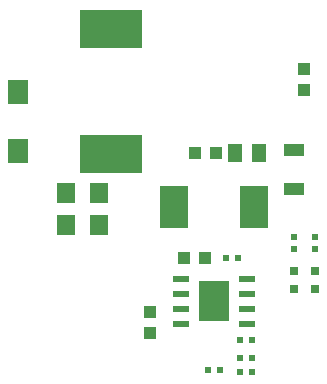
<source format=gbr>
G04 #@! TF.GenerationSoftware,KiCad,Pcbnew,5.1.6-c6e7f7d~87~ubuntu18.04.1*
G04 #@! TF.CreationDate,2022-04-04T15:30:34+03:00*
G04 #@! TF.ProjectId,DCDC-50-5-12_Rev_A,44434443-2d35-4302-9d35-2d31325f5265,A*
G04 #@! TF.SameCoordinates,Original*
G04 #@! TF.FileFunction,Paste,Top*
G04 #@! TF.FilePolarity,Positive*
%FSLAX46Y46*%
G04 Gerber Fmt 4.6, Leading zero omitted, Abs format (unit mm)*
G04 Created by KiCad (PCBNEW 5.1.6-c6e7f7d~87~ubuntu18.04.1) date 2022-04-04 15:30:34*
%MOMM*%
%LPD*%
G01*
G04 APERTURE LIST*
%ADD10R,5.254000X3.253999*%
%ADD11R,1.016000X1.016000*%
%ADD12R,0.550000X0.500000*%
%ADD13R,0.500000X0.550000*%
%ADD14R,1.270000X1.524000*%
%ADD15R,1.700000X2.000000*%
%ADD16R,2.400000X3.600000*%
%ADD17R,1.700000X1.000000*%
%ADD18R,0.800000X0.800000*%
%ADD19R,1.524000X1.778000*%
%ADD20R,2.600000X3.500000*%
%ADD21R,1.400000X0.600000*%
G04 APERTURE END LIST*
D10*
X138430000Y-68360000D03*
X138430000Y-78960000D03*
D11*
X154813000Y-71755000D03*
X154813000Y-73533000D03*
D12*
X153924000Y-86995000D03*
X153924000Y-85979000D03*
D13*
X146685000Y-97282000D03*
X147701000Y-97282000D03*
X148209000Y-87757000D03*
X149225000Y-87757000D03*
D14*
X151003000Y-78867000D03*
X148971000Y-78867000D03*
D13*
X149352000Y-94742000D03*
X150368000Y-94742000D03*
D12*
X155702000Y-86995000D03*
X155702000Y-85979000D03*
D15*
X130556000Y-78700000D03*
X130556000Y-73700000D03*
D13*
X150368000Y-97409000D03*
X149352000Y-97409000D03*
X150368000Y-96266000D03*
X149352000Y-96266000D03*
D11*
X141732000Y-94107000D03*
X141732000Y-92329000D03*
X144653000Y-87757000D03*
X146431000Y-87757000D03*
D16*
X150593000Y-83439000D03*
X143793000Y-83439000D03*
D17*
X153924000Y-81914000D03*
X153924000Y-78614000D03*
D18*
X153924000Y-90424000D03*
X153924000Y-88900000D03*
X155702000Y-88900000D03*
X155702000Y-90424000D03*
D19*
X134620000Y-82296000D03*
X137414000Y-82296000D03*
X137414000Y-84963000D03*
X134620000Y-84963000D03*
D11*
X147320000Y-78867000D03*
X145542000Y-78867000D03*
D20*
X147193000Y-91440000D03*
D21*
X149993000Y-89535000D03*
X149993000Y-90805000D03*
X149993000Y-92075000D03*
X149993000Y-93345000D03*
X144393000Y-93345000D03*
X144393000Y-92075000D03*
X144393000Y-90805000D03*
X144393000Y-89535000D03*
M02*

</source>
